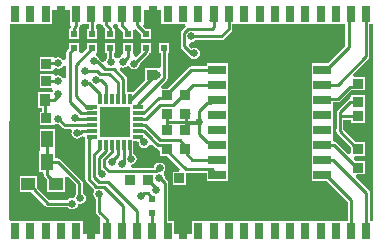
<source format=gtl>
G04*
G04 #@! TF.GenerationSoftware,Altium Limited,Altium Designer,20.0.2 (26)*
G04*
G04 Layer_Physical_Order=1*
G04 Layer_Color=255*
%FSLAX25Y25*%
%MOIN*%
G70*
G01*
G75*
%ADD13C,0.01000*%
%ADD26R,0.03347X0.03347*%
%ADD27R,0.03347X0.03347*%
%ADD28R,0.03543X0.04016*%
%ADD29R,0.04016X0.05787*%
%ADD30R,0.04528X0.03937*%
%ADD31R,0.02165X0.02165*%
%ADD32R,0.05984X0.02992*%
%ADD33R,0.01181X0.03347*%
%ADD34R,0.03347X0.01181*%
%ADD35R,0.10236X0.10236*%
%ADD36R,0.03150X0.05512*%
%ADD37C,0.02559*%
G36*
X50739Y74589D02*
Y70266D01*
X55089D01*
Y70266D01*
X55834D01*
Y70266D01*
X58633D01*
X58937Y69266D01*
X58871Y69223D01*
X58871Y69223D01*
X57477Y67829D01*
X57234Y67465D01*
X57149Y67036D01*
X57149Y67036D01*
Y62830D01*
X57149Y62830D01*
X57234Y62400D01*
X57477Y62037D01*
X59957Y59557D01*
X59957Y59557D01*
X60070Y59482D01*
X60395Y58995D01*
X61017Y58579D01*
X61750Y58434D01*
X62483Y58579D01*
X63105Y58995D01*
X63520Y59617D01*
X63666Y60350D01*
X63520Y61083D01*
X63105Y61705D01*
X62483Y62120D01*
X61750Y62266D01*
X61017Y62120D01*
X60746Y61940D01*
X59978Y62708D01*
X60038Y63310D01*
X60650Y64134D01*
X61383Y64280D01*
X62005Y64695D01*
X62113Y64857D01*
X70779D01*
X70779Y64857D01*
X71208Y64943D01*
X71572Y65186D01*
X73993Y67607D01*
X73993Y67607D01*
X74236Y67971D01*
X74322Y68400D01*
Y70266D01*
X75467D01*
Y70266D01*
X76212D01*
Y70266D01*
X80562D01*
Y70266D01*
X81305D01*
Y70266D01*
X85655D01*
Y70266D01*
X86399D01*
Y70266D01*
X90749D01*
Y70266D01*
X91492D01*
Y70266D01*
X95842D01*
Y70266D01*
X96586D01*
Y70266D01*
X100936D01*
Y70266D01*
X101680D01*
Y70266D01*
X106029D01*
Y70266D01*
X106773D01*
Y70266D01*
X111123D01*
X111123Y70266D01*
X112078Y70160D01*
Y62865D01*
X106211Y56998D01*
X100858D01*
Y52806D01*
X100858D01*
Y51998D01*
X100858D01*
Y47998D01*
X100858Y47806D01*
Y46998D01*
X100858Y46806D01*
Y42998D01*
X100858Y42805D01*
Y41998D01*
X100858Y41805D01*
Y37998D01*
X100858Y37806D01*
Y36998D01*
X100858Y36805D01*
Y32998D01*
X100858Y32805D01*
Y31998D01*
X100858Y31806D01*
Y27806D01*
X100858D01*
Y26998D01*
X100858D01*
Y22806D01*
X100858D01*
Y21998D01*
X100858D01*
Y17806D01*
X106058D01*
X112919Y10945D01*
Y4537D01*
X111865D01*
Y4537D01*
X111121D01*
Y4537D01*
X106771D01*
Y4537D01*
X106026D01*
Y4537D01*
X101677D01*
Y4537D01*
X100932D01*
Y4537D01*
X96582D01*
Y4537D01*
X95837D01*
Y4537D01*
X91487D01*
Y4537D01*
X90742D01*
Y4537D01*
X86393D01*
Y4537D01*
X85648D01*
Y4537D01*
X81298D01*
Y4537D01*
X80553D01*
Y4537D01*
X76204D01*
Y4537D01*
X75459D01*
Y4537D01*
X71109D01*
Y4537D01*
X70364D01*
Y4537D01*
X66015D01*
Y4537D01*
X65270D01*
Y4537D01*
X60920D01*
Y214D01*
X60887Y50D01*
X55113D01*
X55080Y214D01*
Y4537D01*
X52972D01*
Y17250D01*
X52972Y17250D01*
X52886Y17679D01*
X52643Y18043D01*
X51961Y18725D01*
X51966Y18750D01*
X51820Y19483D01*
X51696Y19670D01*
X51545Y20522D01*
X51734Y21088D01*
X51920Y21367D01*
X52066Y22100D01*
X51920Y22833D01*
X51505Y23455D01*
X50883Y23870D01*
X50150Y24016D01*
X49417Y23870D01*
X48795Y23455D01*
X48379Y22833D01*
X48264Y22255D01*
X40854D01*
X40755Y23255D01*
X41383Y23380D01*
X42005Y23795D01*
X42421Y24417D01*
X42566Y25150D01*
X42421Y25883D01*
X42005Y26505D01*
X41412Y26901D01*
Y28551D01*
X41412Y28551D01*
X41391Y28660D01*
Y31119D01*
X42391Y31275D01*
X43184Y30700D01*
X43330Y29967D01*
X43745Y29345D01*
X44367Y28929D01*
X45100Y28784D01*
X45833Y28929D01*
X46455Y29345D01*
X46675Y29674D01*
X47625Y29908D01*
X47875Y29889D01*
X48499Y29265D01*
X48499Y29265D01*
X48547Y29233D01*
X48851Y28929D01*
X49215Y28686D01*
X49644Y28600D01*
X50227Y27879D01*
Y26276D01*
X52688D01*
X57039Y21924D01*
X56625Y20924D01*
X54527D01*
Y16378D01*
X59073D01*
Y20608D01*
X65858D01*
Y17806D01*
X73042D01*
Y21805D01*
X73042Y21998D01*
X73042D01*
Y22806D01*
X73042D01*
Y26998D01*
X73042D01*
Y27806D01*
X73042D01*
Y31806D01*
X73042Y31998D01*
Y32805D01*
X73042Y32998D01*
Y36805D01*
X73042Y36998D01*
Y37806D01*
X73042Y37998D01*
Y41805D01*
X73042Y41998D01*
Y42805D01*
X73042Y42998D01*
Y46998D01*
X73042D01*
Y47806D01*
X73042D01*
Y51998D01*
X73042D01*
Y52806D01*
X73042D01*
Y56998D01*
X65858D01*
Y56023D01*
X60702D01*
X60702Y56023D01*
X60272Y55938D01*
X59908Y55695D01*
X59908Y55695D01*
X52838Y48624D01*
X51090D01*
X50676Y49624D01*
X52523Y51471D01*
X52523Y51471D01*
X52766Y51835D01*
X52851Y52264D01*
Y54236D01*
X52822Y54384D01*
Y60467D01*
X53383D01*
Y63833D01*
X50017D01*
Y60467D01*
X50578D01*
Y56294D01*
X50024Y55523D01*
X45478D01*
Y51543D01*
X41287Y47352D01*
X39263D01*
Y51959D01*
X39177Y52388D01*
X38934Y52752D01*
X38934Y52752D01*
X36961Y54725D01*
X37274Y55722D01*
X37334Y55766D01*
X38000Y55634D01*
X38733Y55779D01*
X38936Y55915D01*
X39547Y56078D01*
X40209Y55673D01*
X40295Y55545D01*
X40917Y55129D01*
X41650Y54984D01*
X42383Y55129D01*
X43005Y55545D01*
X43420Y56167D01*
X43566Y56900D01*
X43512Y57175D01*
X46503Y60167D01*
X46503Y60167D01*
X46704Y60467D01*
X47393D01*
Y63833D01*
X44027D01*
Y60863D01*
X42428Y59264D01*
X42026Y59286D01*
X41291Y60329D01*
X41333Y60467D01*
X41403D01*
Y63833D01*
X38037D01*
Y60467D01*
X38037D01*
X38058Y60397D01*
X37409Y59349D01*
X37267Y59320D01*
X36645Y58905D01*
X36636Y58891D01*
X35621Y58809D01*
X34910Y59467D01*
X34957Y60467D01*
X35413D01*
Y63833D01*
X32047D01*
Y60467D01*
X32608D01*
Y58864D01*
X32595Y58855D01*
X32179Y58233D01*
X32111Y57889D01*
X31099Y57495D01*
X31091Y57495D01*
X30093Y58493D01*
X29890Y58629D01*
X29605Y59055D01*
X28983Y59470D01*
X29098Y60467D01*
X29423D01*
Y63833D01*
X26057D01*
Y62053D01*
X24405Y60401D01*
X23433Y60843D01*
Y63833D01*
X20067D01*
Y62053D01*
X19407Y61393D01*
X19164Y61029D01*
X19078Y60600D01*
X19079Y60600D01*
Y58356D01*
X18079Y58146D01*
X17805Y58555D01*
X17183Y58970D01*
X16450Y59116D01*
X15717Y58970D01*
X14724Y59073D01*
X14724Y59073D01*
X10178D01*
Y54527D01*
X14724D01*
Y54890D01*
X15717Y55430D01*
X16450Y55284D01*
X17183Y55430D01*
X17805Y55845D01*
X18079Y56254D01*
X19079Y56044D01*
Y52233D01*
X18079Y52023D01*
X17805Y52432D01*
X17183Y52847D01*
X16450Y52993D01*
X15717Y52847D01*
X14724Y53350D01*
Y53350D01*
X10178D01*
Y48804D01*
X14265D01*
X14764Y47920D01*
X14303Y47315D01*
X13792Y47315D01*
X9666D01*
Y42100D01*
X10916D01*
Y40923D01*
X10178D01*
Y36377D01*
X14724D01*
Y36377D01*
X15717Y36830D01*
X16450Y36684D01*
X16725Y36738D01*
X17840Y35624D01*
X17840Y35624D01*
X18203Y35381D01*
X18633Y35296D01*
X18633Y35296D01*
X20260D01*
X20529Y34999D01*
X20913Y34360D01*
X20905Y34294D01*
X20807Y33800D01*
X20953Y33067D01*
X21369Y32445D01*
X21990Y32030D01*
X22724Y31884D01*
X23457Y32030D01*
X24079Y32445D01*
X24328Y32819D01*
X25328Y32526D01*
Y31290D01*
X25429D01*
Y18400D01*
X25428Y18400D01*
X25514Y17971D01*
X25757Y17607D01*
X28236Y15127D01*
X28236Y15127D01*
X28229Y14183D01*
X28084Y13450D01*
X28229Y12717D01*
X28645Y12095D01*
X28989Y11865D01*
Y7439D01*
X28989Y7439D01*
X29075Y7010D01*
X29318Y6646D01*
X30427Y5537D01*
X30355Y4537D01*
X30355D01*
Y214D01*
X30322Y50D01*
X24550D01*
X24517Y214D01*
Y4537D01*
X20168D01*
Y4537D01*
X19424D01*
Y4537D01*
X15074D01*
Y4537D01*
X14330D01*
Y4537D01*
X9981D01*
Y4537D01*
X9237D01*
Y4537D01*
X4887D01*
Y4537D01*
X4143D01*
Y4537D01*
X720D01*
X14Y5245D01*
X188Y70266D01*
X4143D01*
Y70266D01*
X4888D01*
Y70266D01*
X9238D01*
Y70266D01*
X9983D01*
Y70266D01*
X14332D01*
Y74589D01*
X14354Y74700D01*
X20150D01*
X20172Y74589D01*
Y70266D01*
X20266D01*
X20454Y70069D01*
X20772Y69266D01*
X20714Y69179D01*
X20628Y68750D01*
X20067Y68433D01*
Y65067D01*
X23433D01*
Y68433D01*
X23433Y68433D01*
X23558Y69381D01*
X23572Y69450D01*
X23752Y69710D01*
X24521Y70266D01*
X25266D01*
Y70266D01*
X26618D01*
Y68433D01*
X26057D01*
Y65067D01*
X29423D01*
Y68433D01*
X28861D01*
Y69673D01*
X29616Y70266D01*
X30361D01*
X31220Y69925D01*
X31278Y69900D01*
X31364Y69471D01*
X31532Y69219D01*
X32047Y68433D01*
Y65067D01*
X35413D01*
Y68433D01*
X35045D01*
X34672Y69147D01*
X34991Y69976D01*
X35607Y70177D01*
X36259Y69792D01*
X36378Y69700D01*
X36464Y69271D01*
X36707Y68907D01*
X38016Y67598D01*
Y67333D01*
X38016Y67333D01*
X38037Y67224D01*
Y65067D01*
X41403D01*
Y68057D01*
X42375Y68498D01*
X44027Y66847D01*
Y65067D01*
X47393D01*
Y68433D01*
X45613D01*
X44780Y69266D01*
X44900Y70266D01*
X44900D01*
Y74589D01*
X44922Y74700D01*
X50717D01*
X50739Y74589D01*
D02*
G37*
G36*
X121300Y4537D02*
X120256D01*
Y13865D01*
X120256Y13865D01*
X120171Y14294D01*
X119928Y14658D01*
X119928Y14658D01*
X115484Y19102D01*
X115867Y20026D01*
X118523D01*
Y24572D01*
X115359D01*
X114868Y25181D01*
X114860Y25195D01*
X115347Y26128D01*
X118523D01*
Y30674D01*
X115483D01*
X111347Y34811D01*
Y34812D01*
X111386Y34871D01*
X111472Y35300D01*
Y38205D01*
X113977D01*
Y37053D01*
X118523D01*
Y41599D01*
X118523D01*
Y41876D01*
X118523D01*
Y46422D01*
X113977D01*
Y46135D01*
X113663Y45234D01*
X113233Y45149D01*
X112870Y44906D01*
X112870Y44906D01*
X109557Y41593D01*
X109314Y41229D01*
X109228Y40800D01*
X109228Y40800D01*
Y39300D01*
X109228Y39300D01*
X109228Y39300D01*
Y35664D01*
X109189Y35604D01*
X109104Y35175D01*
X109104Y35175D01*
Y34347D01*
X109104Y34347D01*
X109189Y33917D01*
X109432Y33554D01*
X113977Y29009D01*
Y27174D01*
X112977Y26759D01*
X109149Y30587D01*
X108785Y30830D01*
X108356Y30915D01*
X108042Y31816D01*
X108042Y31998D01*
Y32805D01*
X108042Y32998D01*
Y36805D01*
X108042Y36998D01*
Y37806D01*
X108042Y37998D01*
Y41805D01*
X108042Y41998D01*
Y42805D01*
X108042Y42998D01*
Y44128D01*
X109700D01*
X109700Y44128D01*
X110129Y44214D01*
X110493Y44457D01*
X114014Y47978D01*
X118523D01*
Y52524D01*
X115125D01*
X114710Y53524D01*
X119793Y58607D01*
X119793Y58607D01*
X120036Y58971D01*
X120122Y59400D01*
X120122Y59400D01*
Y70266D01*
X121300D01*
Y4537D01*
D02*
G37*
%LPC*%
G36*
X15407Y35194D02*
X10192D01*
Y28206D01*
X10192D01*
X10042Y27694D01*
X10042Y27694D01*
X10042Y27268D01*
Y20706D01*
X11216D01*
X11528Y19826D01*
X11613Y19397D01*
X11857Y19033D01*
X12812Y18078D01*
Y14232D01*
X18540D01*
Y18446D01*
X18540Y19010D01*
X19500Y19464D01*
X22329Y16635D01*
Y13355D01*
X21980Y12833D01*
X21792Y12106D01*
X21050Y12216D01*
X20317Y12071D01*
X19695Y11655D01*
X19539Y11422D01*
X13389D01*
X9288Y15522D01*
Y19368D01*
X3560D01*
Y14232D01*
X7406D01*
X12131Y9507D01*
X12131Y9507D01*
X12495Y9264D01*
X12924Y9178D01*
X12924Y9178D01*
X19539D01*
X19695Y8945D01*
X20317Y8529D01*
X21050Y8384D01*
X21783Y8529D01*
X22405Y8945D01*
X22820Y9567D01*
X23008Y10294D01*
X23750Y10184D01*
X24483Y10329D01*
X25105Y10745D01*
X25521Y11367D01*
X25666Y12100D01*
X25521Y12833D01*
X25105Y13455D01*
X24572Y13812D01*
Y17100D01*
X24572Y17100D01*
X24486Y17529D01*
X24243Y17893D01*
X24243Y17893D01*
X17143Y24993D01*
X16779Y25236D01*
X16350Y25322D01*
X16350Y25321D01*
X15258D01*
Y27694D01*
X15258D01*
X15407Y28206D01*
X15407Y28206D01*
X15407Y28632D01*
Y35194D01*
D02*
G37*
%LPD*%
D13*
X42717Y0D02*
Y7784D01*
X32980Y17521D02*
X42717Y7784D01*
X30014Y17521D02*
X32980D01*
X38030Y406D02*
Y9521D01*
X31629Y15921D02*
X38030Y9521D01*
X29030Y15921D02*
X31629D01*
X46247Y13700D02*
X47700Y12247D01*
X44827Y13700D02*
X46247D01*
X44000Y12873D02*
X44827Y13700D01*
X44000Y12873D02*
Y13597D01*
X47700Y11800D02*
Y12247D01*
X59050Y39649D02*
X60000Y40599D01*
X59050Y35251D02*
X59800Y34501D01*
X40600Y45079D02*
X48771Y53250D01*
X46451Y18150D02*
X49751Y14850D01*
X23450Y12400D02*
Y17100D01*
X16350Y24200D02*
X23450Y17100D01*
X12650Y24200D02*
X16350D01*
X15381Y16800D02*
X15676D01*
X13912Y18269D02*
X15381Y16800D01*
X13912Y18269D02*
Y18564D01*
X12650Y19826D02*
X13912Y18564D01*
X12650Y19826D02*
Y24200D01*
X6424Y16800D02*
X6719D01*
X8188Y15331D01*
Y15036D02*
Y15331D01*
Y15036D02*
X12924Y10300D01*
X21050D01*
X54651Y12949D02*
X57201D01*
X53700Y13900D02*
X54651Y12949D01*
X53700Y13900D02*
Y22057D01*
X56800Y12549D02*
X58000Y11349D01*
X51257Y24500D02*
X53700Y22057D01*
X50350Y18750D02*
X51850Y17250D01*
Y1056D02*
Y17250D01*
Y1056D02*
X52906Y0D01*
X50050Y18750D02*
X50350D01*
X67622Y21730D02*
X69450Y19902D01*
X58820Y21730D02*
X67622D01*
X52386Y28164D02*
X58820Y21730D01*
X58000Y0D02*
Y11349D01*
X45600Y24500D02*
X51257D01*
X67123Y71366D02*
X68400D01*
X50035Y22100D02*
X50150Y21985D01*
X6349Y56800D02*
Y62149D01*
Y51077D02*
Y56800D01*
X6500Y23298D02*
Y31700D01*
X31879Y55120D02*
X34980D01*
X29300Y57700D02*
X31879Y55120D01*
X28250Y57700D02*
X29300D01*
X45710Y60960D02*
Y62150D01*
X41650Y56900D02*
X45710Y60960D01*
X38000Y57550D02*
X39720Y59270D01*
X16450Y38600D02*
X18633Y36417D01*
X20967D01*
X50150Y21985D02*
Y22100D01*
X49068Y21133D02*
X50035Y22100D01*
X31771Y22564D02*
X33202Y21133D01*
X49068D01*
X30050Y20850D02*
X30900Y20000D01*
X30050Y20850D02*
Y25598D01*
X34295Y27510D02*
Y29724D01*
X31771Y24986D02*
X34295Y27510D01*
X39720Y59270D02*
Y62150D01*
X34125Y24225D02*
X36250Y26349D01*
X38232Y24124D02*
Y29724D01*
X37620Y23513D02*
X38232Y24124D01*
X28350Y19185D02*
Y26634D01*
Y19185D02*
X30014Y17521D01*
X26550Y18400D02*
X29030Y15921D01*
X26550Y18400D02*
Y31690D01*
X30000Y13450D02*
X30111Y13339D01*
X34250Y23792D02*
Y24100D01*
X31771Y22564D02*
Y24986D01*
X32326Y27874D02*
Y29724D01*
X30050Y25598D02*
X32326Y27874D01*
X30358Y28642D02*
Y29724D01*
X28350Y26634D02*
X30358Y28642D01*
X36250Y26349D02*
Y29711D01*
X40291Y25510D02*
Y28551D01*
Y25510D02*
X40650Y25150D01*
X34150Y23692D02*
X34250Y23792D01*
X32530Y0D02*
Y5020D01*
X30111Y7439D02*
X32530Y5020D01*
X30111Y7439D02*
Y13339D01*
X23450Y12400D02*
X23750Y12100D01*
X40200Y45079D02*
X40600D01*
X42956Y43491D02*
X51730Y52264D01*
X42956Y42323D02*
Y43491D01*
X22000Y38750D02*
X22274Y38476D01*
X23032Y36417D02*
X27602D01*
X22986Y36371D02*
X23032Y36417D01*
X21014Y36371D02*
X22986D01*
X24254Y34539D02*
X27511D01*
X23515Y33800D02*
X24254Y34539D01*
X20967Y36417D02*
X21014Y36371D01*
X23946Y40354D02*
X27602D01*
X20200Y44100D02*
X23946Y40354D01*
X22274Y38476D02*
X27511D01*
X20200Y44100D02*
Y60600D01*
X38141Y45169D02*
Y51959D01*
X34980Y55120D02*
X38141Y51959D01*
X25410Y54490D02*
X29425D01*
X30395Y53521D01*
X33479D01*
X29000Y51550D02*
X30600D01*
X32326Y49824D01*
X26750Y50350D02*
X30379Y46721D01*
X25410Y50350D02*
X26750D01*
X26550Y31690D02*
X27341Y32480D01*
X48771Y53250D02*
X49350D01*
X51730Y52264D02*
Y54236D01*
X51700Y54265D02*
Y62150D01*
Y54265D02*
X51730Y54236D01*
X68400Y69150D02*
Y71366D01*
X67680Y68429D02*
X68400Y69150D01*
X59664Y68429D02*
X67680D01*
X72755Y71904D02*
X73292Y72441D01*
X72217Y71366D02*
X72755Y71904D01*
X73200Y71458D01*
X72217Y72441D02*
X72755Y71904D01*
X73200Y68400D02*
Y71458D01*
X72217Y71366D02*
Y72441D01*
X70779Y65979D02*
X73200Y68400D01*
X61824Y65979D02*
X70779D01*
X60750Y60350D02*
X61750D01*
X58271Y62830D02*
X60750Y60350D01*
X58271Y67036D02*
X59664Y68429D01*
X58271Y62830D02*
Y67036D01*
X61752Y66050D02*
X61824Y65979D01*
X60650Y66050D02*
X61752D01*
X36172Y46650D02*
X36353Y46832D01*
X59189Y26811D02*
Y28960D01*
X45211Y36417D02*
X50306Y31322D01*
X42956Y36417D02*
X45211D01*
X50306Y31322D02*
X56827D01*
X52386Y28164D02*
Y28672D01*
X44901Y34449D02*
X47693Y31657D01*
X47725Y31625D02*
X49292Y30058D01*
X42956Y34449D02*
X44901D01*
X40200Y28642D02*
Y29724D01*
Y28642D02*
X40291Y28551D01*
X37623Y0D02*
X38030Y406D01*
X15000Y44700D02*
X17000Y46700D01*
X30379Y45100D02*
Y46721D01*
X25200Y50350D02*
X25410D01*
X22150Y46218D02*
Y56560D01*
Y46218D02*
X26135Y42232D01*
X22150Y56560D02*
X27740Y62150D01*
X22724Y33800D02*
X23515D01*
X27091Y42045D02*
X27602D01*
Y42323D01*
X26904Y42232D02*
X27091Y42045D01*
X26135Y42232D02*
X26904D01*
X12451Y51077D02*
X16450D01*
X12038Y44708D02*
X14992D01*
X15000Y44700D01*
X12851Y57200D02*
X16450D01*
X12451Y56800D02*
X12851Y57200D01*
X20200Y60600D02*
X21750Y62150D01*
X42956Y32480D02*
X44039D01*
X44129Y32390D01*
Y31532D02*
Y32390D01*
X51336Y29722D02*
X52386Y28672D01*
X113200Y62400D02*
Y73962D01*
X105702Y54902D02*
X113200Y62400D01*
X104450Y54902D02*
X105702D01*
X114040Y0D02*
Y11410D01*
X105548Y19902D02*
X114040Y11410D01*
X104450Y19902D02*
X105548D01*
X27511Y38476D02*
X27602Y38386D01*
X51972Y46172D02*
X60702Y54902D01*
X51622Y46172D02*
X51972D01*
X50850Y45400D02*
X51622Y46172D01*
X49852Y45400D02*
X50850D01*
X44807Y40354D02*
X49852Y45400D01*
X49644Y29722D02*
X51336D01*
X49308Y30058D02*
X49644Y29722D01*
X49292Y30058D02*
X49308D01*
X54699Y43150D02*
X60650Y49101D01*
X50422Y43022D02*
X50550Y43150D01*
X50371Y43022D02*
X50422D01*
X49727Y42378D02*
X50371Y43022D01*
X49727Y42327D02*
Y42378D01*
X45786Y38386D02*
X49727Y42327D01*
X50550Y43150D02*
X54699D01*
X42956Y38386D02*
X45786D01*
X60702Y54902D02*
X69450D01*
X59050Y37152D02*
X63052D01*
X59050Y35251D02*
Y37152D01*
X58750Y37450D02*
X63350D01*
X52500D02*
X58750D01*
X59050Y37750D01*
Y39649D01*
X63350Y37450D02*
Y41253D01*
Y33491D02*
Y37450D01*
X63052Y37152D02*
X63350Y37450D01*
X52500D02*
Y40249D01*
Y34651D02*
Y37450D01*
X56827Y31322D02*
X59189Y28960D01*
X42956Y40354D02*
X44807D01*
X63350Y41253D02*
X66002Y43905D01*
X66958D01*
X61437Y49902D02*
X69450D01*
X60650Y49114D02*
X61437Y49902D01*
X59189Y26811D02*
X61098Y24902D01*
X60650Y49101D02*
Y49114D01*
X63350Y33491D02*
X65944Y30898D01*
X32326Y45079D02*
Y49824D01*
X33479Y53521D02*
X36353Y50647D01*
X33730Y57720D02*
X33950Y57500D01*
X36353Y46832D02*
Y50647D01*
X33730Y57720D02*
Y62150D01*
X27511Y34539D02*
X27602Y34449D01*
X36250Y29711D02*
X36263Y29724D01*
X38141Y45169D02*
X38232Y45079D01*
X36172Y45169D02*
Y46650D01*
Y45169D02*
X36263Y45079D01*
X30358D02*
X30379Y45100D01*
X12038Y39063D02*
Y44708D01*
Y39063D02*
X12451Y38650D01*
X9200Y65000D02*
X13450D01*
X6349Y62149D02*
X9200Y65000D01*
X13450D02*
X17252Y68802D01*
Y74803D01*
X6349Y38650D02*
Y44609D01*
X12800Y24350D02*
Y31700D01*
X12650Y24200D02*
X12800Y24350D01*
X110350Y39300D02*
Y40800D01*
Y35300D02*
Y39300D01*
X110376Y39326D02*
X116250D01*
X110350Y39300D02*
X110376Y39326D01*
X116214Y44113D02*
X116250Y44149D01*
X113663Y44113D02*
X116214D01*
X110350Y40800D02*
X113663Y44113D01*
X110225Y34347D02*
X114997Y29574D01*
X110225Y34347D02*
Y35175D01*
X110350Y35300D01*
X115077Y29574D02*
X116250Y28401D01*
X114997Y29574D02*
X115077D01*
X104450Y29902D02*
X104558Y29794D01*
X108356D01*
X115077Y23472D02*
X116250Y22299D01*
X114678Y23472D02*
X115077D01*
X108356Y29794D02*
X114678Y23472D01*
X108098Y24902D02*
X119135Y13865D01*
X104450Y24902D02*
X108098D01*
X119135Y0D02*
Y13865D01*
X104450Y44902D02*
X104798Y45250D01*
X109700D01*
X113742Y49292D01*
X115290D02*
X116250Y50251D01*
X113742Y49292D02*
X115290D01*
X119000Y59400D02*
Y74668D01*
X109502Y49902D02*
X119000Y59400D01*
X104450Y49902D02*
X109502D01*
X113200Y73962D02*
X114041Y74803D01*
X68198Y72441D02*
Y74803D01*
X67123Y71366D02*
X68198Y72441D01*
X73292D02*
Y74803D01*
X68454Y30898D02*
X69450Y29902D01*
X65944Y30898D02*
X68454D01*
X67954Y44902D02*
X69450D01*
X66958Y43905D02*
X67954Y44902D01*
X61098Y24902D02*
X69450D01*
X27341Y32480D02*
X27602D01*
X47811Y0D02*
Y7089D01*
X47700Y7200D02*
X47811Y7089D01*
X22346Y74803D02*
X22450Y74700D01*
Y69450D02*
Y74700D01*
X21750Y68750D02*
X22450Y69450D01*
X21750Y66750D02*
Y68750D01*
X27740Y66750D02*
Y74504D01*
X27441Y74803D02*
X27740Y74504D01*
X32400Y74668D02*
X32536Y74803D01*
X32400Y69900D02*
Y74668D01*
X33553Y66927D02*
X33730Y66750D01*
X33553Y66927D02*
Y68747D01*
X32400Y69900D02*
X33553Y68747D01*
X37500Y74673D02*
X37630Y74803D01*
X37500Y69700D02*
Y74673D01*
X39137Y67333D02*
X39720Y66750D01*
X39137Y67333D02*
Y68063D01*
X37500Y69700D02*
X39137Y68063D01*
X42725Y69735D02*
X45710Y66750D01*
X42725Y69735D02*
Y74803D01*
X47819D02*
X48498Y74124D01*
Y69952D02*
Y74124D01*
Y69952D02*
X51700Y66750D01*
X119000Y74668D02*
X119135Y74803D01*
D26*
X12451Y51077D02*
D03*
X6349D02*
D03*
X12451Y56800D02*
D03*
X6349D02*
D03*
X12451Y38650D02*
D03*
X6349D02*
D03*
X47751Y53250D02*
D03*
X41649D02*
D03*
X46451Y18150D02*
D03*
X40349D02*
D03*
D27*
X116250Y22299D02*
D03*
Y28401D02*
D03*
Y50251D02*
D03*
Y44149D02*
D03*
X52500Y40249D02*
D03*
Y46351D02*
D03*
X58800Y40249D02*
D03*
Y46351D02*
D03*
Y34651D02*
D03*
Y28549D02*
D03*
X52500Y34651D02*
D03*
Y28549D02*
D03*
X56800Y18651D02*
D03*
Y12549D02*
D03*
X116250Y39326D02*
D03*
Y33224D02*
D03*
D28*
X6447Y44708D02*
D03*
X12038D02*
D03*
D29*
X12800Y31700D02*
D03*
X6500D02*
D03*
X12650Y24200D02*
D03*
X6350D02*
D03*
D30*
X15676Y16800D02*
D03*
X6424D02*
D03*
D31*
X51700Y66750D02*
D03*
Y62150D02*
D03*
X45710Y66750D02*
D03*
Y62150D02*
D03*
X39720Y66750D02*
D03*
Y62150D02*
D03*
X33730Y66750D02*
D03*
Y62150D02*
D03*
X47700Y11800D02*
D03*
Y7200D02*
D03*
X21750Y62150D02*
D03*
Y66750D02*
D03*
X27740Y62150D02*
D03*
Y66750D02*
D03*
D32*
X104450Y19902D02*
D03*
X69450D02*
D03*
X104450Y24902D02*
D03*
X69450D02*
D03*
X104450Y29902D02*
D03*
X69450D02*
D03*
X104450Y34902D02*
D03*
X69450D02*
D03*
X104450Y39902D02*
D03*
X69450D02*
D03*
X104450Y44902D02*
D03*
X69450D02*
D03*
X104450Y49902D02*
D03*
X69450D02*
D03*
X104450Y54902D02*
D03*
X69450D02*
D03*
D33*
X40200Y45079D02*
D03*
X38232D02*
D03*
X36263D02*
D03*
X34295D02*
D03*
X32326D02*
D03*
X30358D02*
D03*
Y29724D02*
D03*
X32326D02*
D03*
X34295D02*
D03*
X36263D02*
D03*
X38232D02*
D03*
X40200D02*
D03*
D34*
X27602Y42323D02*
D03*
Y40354D02*
D03*
Y38386D02*
D03*
Y36417D02*
D03*
Y34449D02*
D03*
Y32480D02*
D03*
X42956D02*
D03*
Y34449D02*
D03*
Y36417D02*
D03*
Y38386D02*
D03*
Y40354D02*
D03*
Y42323D02*
D03*
D35*
X35279Y37402D02*
D03*
D36*
X119135Y73622D02*
D03*
X114041D02*
D03*
X83480D02*
D03*
X88574D02*
D03*
X93667D02*
D03*
X98761D02*
D03*
X103854D02*
D03*
X108948D02*
D03*
X78387D02*
D03*
X73292D02*
D03*
X68198D02*
D03*
X37630D02*
D03*
X42725D02*
D03*
X47819D02*
D03*
X52914D02*
D03*
X58008D02*
D03*
X63103D02*
D03*
X32536D02*
D03*
X17252D02*
D03*
X27441D02*
D03*
X22346D02*
D03*
X7063D02*
D03*
X12157D02*
D03*
X1969D02*
D03*
Y1181D02*
D03*
X7062D02*
D03*
X37623D02*
D03*
X32530D02*
D03*
X27436D02*
D03*
X22343D02*
D03*
X17249D02*
D03*
X12156D02*
D03*
X42717D02*
D03*
X47811D02*
D03*
X52906D02*
D03*
X83473D02*
D03*
X78378D02*
D03*
X73284D02*
D03*
X68189D02*
D03*
X63095D02*
D03*
X58000D02*
D03*
X88568D02*
D03*
X103851D02*
D03*
X93662D02*
D03*
X98757D02*
D03*
X114040D02*
D03*
X108946D02*
D03*
X119135D02*
D03*
D37*
X41600Y53250D02*
D03*
X44000Y12873D02*
D03*
X56800Y18651D02*
D03*
X50050Y18750D02*
D03*
X49000Y14850D02*
D03*
X40000Y18200D02*
D03*
X118900Y32900D02*
D03*
X41650Y56900D02*
D03*
X38000Y57550D02*
D03*
X16450Y38600D02*
D03*
X50150Y22100D02*
D03*
X38750Y40850D02*
D03*
X38850Y34500D02*
D03*
X45600Y24500D02*
D03*
X40650Y25150D02*
D03*
X30900Y20000D02*
D03*
X30000Y13450D02*
D03*
X34250Y24100D02*
D03*
X37620Y23513D02*
D03*
X45100Y30700D02*
D03*
X23750Y12100D02*
D03*
X28250Y57700D02*
D03*
X25410Y54490D02*
D03*
X29000Y51550D02*
D03*
X6400Y24550D02*
D03*
X116100Y32900D02*
D03*
X6600Y44700D02*
D03*
X6450Y51150D02*
D03*
X6400Y56900D02*
D03*
X6450Y31350D02*
D03*
X6600Y38600D02*
D03*
X38850Y37750D02*
D03*
X49350Y53250D02*
D03*
X61750Y60350D02*
D03*
X60650Y66050D02*
D03*
X25410Y50350D02*
D03*
X16450Y51077D02*
D03*
Y57200D02*
D03*
Y46700D02*
D03*
X22000Y38750D02*
D03*
X22724Y33800D02*
D03*
X21050Y10300D02*
D03*
X63350Y37450D02*
D03*
X33950Y57500D02*
D03*
M02*

</source>
